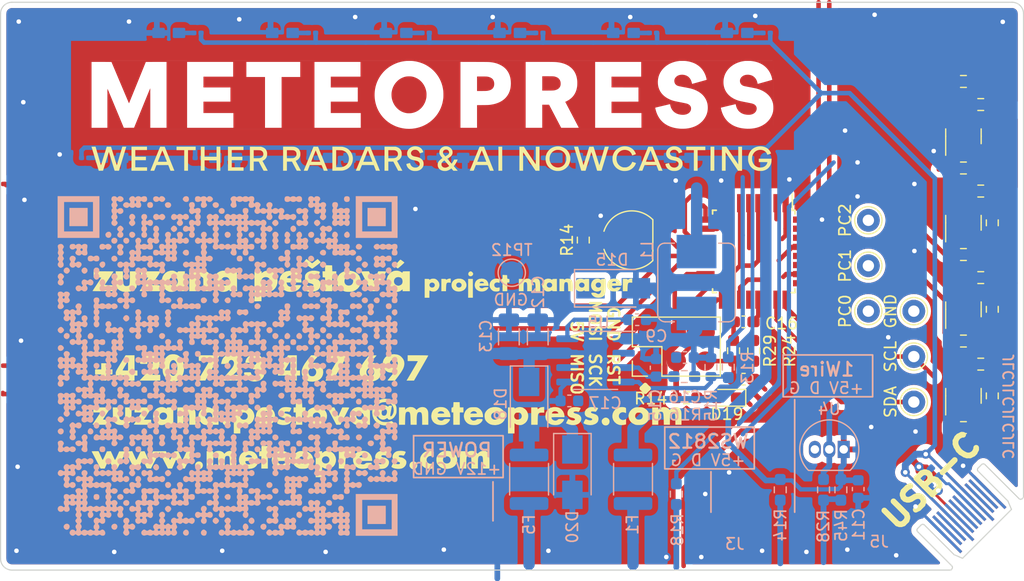
<source format=kicad_pcb>
(kicad_pcb (version 20211014) (generator pcbnew)
  (layers (0 "F.Cu" signal) (31 "B.Cu" signal) (34 "B.Paste" user) (35 "F.Paste" user) (36 "B.SilkS" user "B.Silkscreen") (37 "F.SilkS" user "F.Silkscreen") (38 "B.Mask" user) (39 "F.Mask" user) (44 "Edge.Cuts" user))
  (net 0 "")
  (net 1 "GND")
  (net 2 "Net-(D1-Pad2)")
  (net 3 "Net-(D2-Pad2)")
  (net 4 "Net-(D3-Pad2)")
  (net 5 "Net-(D4-Pad2)")
  (net 6 "Net-(D5-Pad2)")
  (net 7 "Net-(D6-Pad2)")
  (net 8 "Net-(D7-Pad2)")
  (net 9 "Net-(D8-Pad2)")
  (net 10 "Net-(D9-Pad2)")
  (net 11 "Net-(D10-Pad2)")
  (net 12 "+5V")
  (net 27 "Net-(D11-Pad2)")
  (net 28 "Net-(D12-Pad2)")
  (net 29 "Net-(J2-PadA5)")
  (net 30 "Net-(J2-PadB5)")
  (net 31 "unconnected-(J1-Pad2)")
  (footprint "LED_SMD:LED_0603_1608Metric_Pad1.05x0.95mm_HandSolder" (layer "F.Cu") (at 163.906 134.83 180)
    (fp_text reference "D19")
    (fp_text value "LED")
  )
  (footprint "Resistor_SMD:R_0603_1608Metric_Pad0.98x0.95mm_HandSolder" (layer "F.Cu") (at 151.27 120.94 90)
    (fp_text reference "R14")
    (fp_text value "4k7")
  )
  (footprint "Package_TO_SOT_SMD:SOT-23" (layer "F.Cu") (at 184.7144 134.659 90)
    (fp_text reference "Q5" hide)
    (fp_text value "MMBT3904")
  )
  (footprint "meteopress:ZuzanaPestova" (layer "F.Cu") (at 134 132.2)
    (fp_text reference "G***" hide)
    (fp_text value "LOGO" hide)
  )
  (footprint "Resistor_SMD:R_0603_1608Metric_Pad0.98x0.95mm_HandSolder" (layer "F.Cu") (at 164.492 130.6855 90)
    (fp_text reference "R24")
    (fp_text value "330")
  )
  (footprint "Package_TO_SOT_THT:TO-92_HandSolder" (layer "F.Cu") (at 155.54 122.21 90)
    (fp_text reference "U2" hide)
    (fp_text value "DS18B20")
  )
  (footprint "Resistor_SMD:R_0603_1608Metric_Pad0.98x0.95mm_HandSolder" (layer "F.Cu") (at 166.27 130.6975 -90)
    (fp_text reference "R29")
    (fp_text value "330")
  )
  (footprint "Package_TO_SOT_SMD:SOT-23" (layer "F.Cu") (at 184.7144 119.419 90)
    (fp_text reference "Q1" hide)
    (fp_text value "MMBT3904")
  )
  (footprint "meteopress:MeteopressLogo_Bare_Inv_60x6" (layer "F.Cu") (at 138 108.17)
    (fp_text reference "J3" hide)
    (fp_text value "Conn_01x01" hide)
  )
  (footprint "meteopress:TestPoint_THTPad_D2.0mm_Drill1.0mm" (layer "F.Cu") (at 176.35 123.2 -90)
    (fp_text reference "TP28" hide)
    (fp_text value "PC1")
  )
  (footprint "meteopress:TestPoint_THTPad_D2.0mm_Drill1.0mm" (layer "F.Cu") (at 180.35 135.2 -90)
    (fp_text reference "TP3" hide)
    (fp_text value "SDA")
  )
  (footprint "Resistor_SMD:R_0603_1608Metric_Pad0.98x0.95mm_HandSolder" (layer "F.Cu") (at 186.2384 109.005)
    (fp_text reference "R40" hide)
    (fp_text value "100k")
  )
  (footprint "Package_TO_SOT_SMD:SOT-23" (layer "F.Cu") (at 184.7144 127.039 90)
    (fp_text reference "Q3" hide)
    (fp_text value "MMBT3904")
  )
  (footprint "Capacitor_SMD:C_0603_1608Metric_Pad1.08x0.95mm_HandSolder" (layer "F.Cu") (at 165.381 128.14)
    (fp_text reference "C16")
    (fp_text value "100n")
  )
  (footprint "meteopress:TestPoint_THTPad_D2.0mm_Drill1.0mm" (layer "F.Cu") (at 176.35 119.2 -90)
    (fp_text reference "TP29" hide)
    (fp_text value "PC2")
  )
  (footprint "Resistor_SMD:R_0603_1608Metric_Pad0.98x0.95mm_HandSolder" (layer "F.Cu") (at 186.2384 116.625 180)
    (fp_text reference "R22" hide)
    (fp_text value "10k")
  )
  (footprint "meteopress:PCB-USB-C_straight" (layer "F.Cu") (at 186.79 146.81 -135)
    (fp_text reference "J2" hide)
    (fp_text value "USB_C_Receptacle" hide)
    (fp_line (start -4.535 0) (end -4.385 0) (layer "Edge.Cuts") (width 0.1))
    (fp_line (start 4.185 0.2) (end 4.185 4.45) (layer "Edge.Cuts") (width 0.1))
    (fp_line (start 3.345 0.75) (end 3.345 4.45) (layer "Edge.Cuts") (width 0.1))
    (fp_line (start 3.545 4.65) (end 3.985 4.65) (layer "Edge.Cuts") (width 0.1))
    (fp_line (start -3.045 0) (end -3.345 0.75) (layer "Edge.Cuts") (width 0.1))
    (fp_line (start -3.345 0.75) (end -3.345 4.45) (layer "Edge.Cuts") (width 0.1))
    (fp_line (start 4.385 0) (end 4.5 0) (layer "Edge.Cuts") (width 0.1))
    (fp_line (start 3.045 0) (end 3.345 0.75) (layer "Edge.Cuts") (width 0.1))
    (fp_line (start -3.985 4.65) (end -3.545 4.65) (layer "Edge.Cuts") (width 0.1))
    (fp_line (start -3.045 0) (end 3.045 0) (layer "Edge.Cuts") (width 0.1))
    (fp_line (start -4.185 0.2) (end -4.185 4.45) (layer "Edge.Cuts") (width 0.1))
    (fp_arc (start 4.185 4.45) (mid 4.126421 4.591422) (end 3.985 4.65) (layer "Edge.Cuts") (width 0.1))
    (fp_arc (start 3.545 4.65) (mid 3.403578 4.591421) (end 3.345 4.45) (layer "Edge.Cuts") (width 0.1))
    (fp_arc (start -4.385 0) (mid -4.243579 0.058579) (end -4.185 0.2) (layer "Edge.Cuts") (width 0.1))
    (fp_arc (start -3.985 4.65) (mid -4.126421 4.591421) (end -4.185 4.45) (layer "Edge.Cuts") (width 0.1))
    (fp_arc (start 4.185 0.2) (mid 4.243578 0.058579) (end 4.385 0) (layer "Edge.Cuts") (width 0.1))
    (fp_arc (start -3.345 4.45) (mid -3.403579 4.591421) (end -3.545 4.65) (layer "Edge.Cuts") (width 0.1))
  )
  (footprint "Resistor_SMD:R_0603_1608Metric_Pad0.98x0.95mm_HandSolder" (layer "F.Cu") (at 184.7144 114.593)
    (fp_text reference "R41" hide)
    (fp_text value "47k")
  )
  (footprint "Connector_PinHeader_2.54mm:PinHeader_2x03_P2.54mm_Vertical" (layer "F.Cu") (at 156.915 131.595 90)
    (fp_text reference "J1" hide)
    (fp_text value "AVR-ISP-6")
  )
  (footprint "meteopress:MeteopressLogo_60x10" (layer "F.Cu") (at 138 110)
    (fp_text reference "G***" hide)
    (fp_text value "LOGO" hide)
  )
  (footprint "meteopress:TestPoint_THTPad_D2.0mm_Drill1.0mm" (layer "F.Cu") (at 180.35 131.2 -90)
    (fp_text reference "TP2" hide)
    (fp_text value "SCL")
  )
  (footprint "Resistor_SMD:R_0603_1608Metric_Pad0.98x0.95mm_HandSolder" (layer "F.Cu") (at 187.2544 127.039 90)
    (fp_text reference "R26" hide)
    (fp_text value "47k")
  )
  (footprint "Resistor_SMD:R_0603_1608Metric_Pad0.98x0.95mm_HandSolder" (layer "F.Cu") (at 187.2544 134.659 -90)
    (fp_text reference "R28" hide)
    (fp_text value "100k")
  )
  (footprint "Capacitor_SMD:C_0603_1608Metric_Pad1.08x0.95mm_HandSolder" (layer "F.Cu") (at 165.37 133.19 180)
    (fp_text reference "C14" hide)
    (fp_text value "1u")
  )
  (footprint "Resistor_SMD:R_0603_1608Metric_Pad0.98x0.95mm_HandSolder" (layer "F.Cu") (at 160.35 134.83 180)
    (fp_text reference "R14")
    (fp_text value "4k7")
  )
  (footprint "Resistor_SMD:R_0603_1608Metric_Pad0.98x0.95mm_HandSolder" (layer "F.Cu") (at 187.2544 119.419 -90)
    (fp_text reference "R20" hide)
    (fp_text value "100k")
  )
  (footprint "meteopress:TestPoint_THTPad_D2.0mm_Drill1.0mm" (layer "F.Cu") (at 180.35 127.2 -90)
    (fp_text reference "TP14" hide)
    (fp_text value "GND")
  )
  (footprint "meteopress:TestPoint_THTPad_D2.0mm_Drill1.0mm" (layer "F.Cu") (at 176.35 127.2 -90)
    (fp_text reference "TP27" hide)
    (fp_text value "PC0")
  )
  (footprint "Resistor_SMD:R_0603_1608Metric_Pad0.98x0.95mm_HandSolder" (layer "F.Cu") (at 184.7144 122.213)
    (fp_text reference "R21" hide)
    (fp_text value "47k")
  )
  (footprint "Resistor_SMD:R_0603_1608Metric_Pad0.98x0.95mm_HandSolder" (layer "F.Cu") (at 186.2384 131.865 180)
    (fp_text reference "R30" hide)
    (fp_text value "10k")
  )
  (footprint "meteopress:D_0402_woSilk" (layer "F.Cu") (at 187.2544 111.799 90)
    (fp_text reference "R48" hide)
    (fp_text value "5k1")
  )
  (footprint "Resistor_SMD:R_0603_1608Metric_Pad0.98x0.95mm_HandSolder" (layer "F.Cu") (at 184.7144 129.833)
    (fp_text reference "R25" hide)
    (fp_text value "47k")
  )
  (footprint "Package_QFP:TQFP-32_7x7mm_P0.8mm" (layer "F.Cu") (at 166.27 121.94 -90)
    (fp_text reference "U1" hide)
    (fp_text value "ATmega328P-AU")
  )
  (footprint "Resistor_SMD:R_0603_1608Metric_Pad0.98x0.95mm_HandSolder" (layer "F.Cu") (at 186.2384 124.245)
    (fp_text reference "R24" hide)
    (fp_text value "100k")
  )
  (footprint "Package_TO_SOT_SMD:SOT-23" (layer "F.Cu") (at 184.7144 111.799 90)
    (fp_text reference "Q11" hide)
    (fp_text value "MMBT3904")
  )
  (footprint "Resistor_SMD:R_0603_1608Metric_Pad0.98x0.95mm_HandSolder" (layer "F.Cu") (at 184.7144 137.453)
    (fp_text reference "R29" hide)
    (fp_text value "47k")
  )
  (footprint "Resistor_SMD:R_0603_1608Metric_Pad0.98x0.95mm_HandSolder" (layer "F.Cu") (at 184.7144 106.973)
    (fp_text reference "R37" hide)
    (fp_text value "47k")
  )
  (footprint "meteopress:R_0201_woSilk" (layer "B.Cu") (at 127.4 102.7)
    (fp_text reference "R11" hide)
    (fp_text value "330")
  )
  (footprint "Resistor_SMD:R_0603_1608Metric_Pad0.98x0.95mm_HandSolder" (layer "B.Cu") (at 168.598 142.9315 -90)
    (fp_text reference "R14")
    (fp_text value "330")
  )
  (footprint "meteopress:R_0201_woSilk" (layer "B.Cu") (at 127.44 113.7 180)
    (fp_text reference "R3" hide)
    (fp_text value "330")
  )
  (footprint "meteopress:D_0802_side_woSilk" (layer "B.Cu") (at 139.8 113.7)
    (fp_text reference "D4" hide)
    (fp_text value "LED")
  )
  (footprint "meteopress:R_0201_woSilk" (layer "B.Cu") (at 167.4 102.7)
    (fp_text reference "R7" hide)
    (fp_text value "330")
  )
  (footprint "meteopress:D_0802_side_woSilk" (layer "B.Cu") (at 124.8 102.7 180)
    (fp_text reference "D11" hide)
    (fp_text value "LED")
  )
  (footprint "meteopress:R_0201_woSilk" (layer "B.Cu") (at 107.44 113.7 180)
    (fp_text reference "R1" hide)
    (fp_text value "330")
  )
  (footprint "meteopress:D_0802_side_woSilk" (layer "B.Cu") (at 154.8 102.7 180)
    (fp_text reference "D8" hide)
    (fp_text value "LED")
  )
  (footprint "Capacitor_SMD:C_0603_1608Metric" (layer "B.Cu") (at 160.216 131.2815)
    (fp_text reference "C16")
    (fp_text value "22n")
  )
  (footprint "meteopress:R_0201_woSilk" (layer "B.Cu") (at 137.4 102.7)
    (fp_text reference "R10" hide)
    (fp_text value "330")
  )
  (footprint "meteopress:R_0201_woSilk" (layer "B.Cu") (at 147.4 102.7)
    (fp_text reference "R9" hide)
    (fp_text value "330")
  )
  (footprint "meteopress:R_0201_woSilk" (layer "B.Cu") (at 117.44 113.7 180)
    (fp_text reference "R2" hide)
    (fp_text value "330")
  )
  (footprint "Capacitor_SMD:C_1206_3216Metric" (layer "B.Cu") (at 144.722 129.4545 90)
    (fp_text reference "C13")
    (fp_text value "4u7/50V")
  )
  (footprint "meteopress:D_0402_woSilk" (layer "B.Cu") (at 181.4 142.2 -45)
    (fp_text reference "R43" hide)
    (fp_text value "5k1")
  )
  (footprint "Package_TO_SOT_THT:TO-92_Inline" (layer "B.Cu") (at 174.182445 139.374398 180)
    (fp_text reference "U4")
    (fp_text value "DS18B20")
  )
  (footprint "Resistor_SMD:R_0603_1608Metric_Pad0.98x0.95mm_HandSolder" (layer "B.Cu") (at 172.408 142.9305 90)
    (fp_text reference "R45")
    (fp_text value "330")
  )
  (footprint "Capacitor_SMD:C_1206_3216Metric" (layer "B.Cu") (at 147.262 129.4545 90)
    (fp_text reference "C12")
    (fp_text value "4u7/50V")
  )
  (footprint "Diode_SMD:D_SMA" (layer "B.Cu") (at 146.5 135.428 -90)
    (fp_text reference "D18")
    (fp_text value "D_Schottky")
  )
  (footprint "meteopress:D_0802_side_woSilk" (layer "B.Cu") (at 134.8 102.7 180)
    (fp_text reference "D10" hide)
    (fp_text value "LED")
  )
  (footprint "Resistor_SMD:R_0603_1608Metric_Pad0.98x0.95mm_HandSolder" (layer "B.Cu") (at 160.153 132.9615 180)
    (fp_text reference "R16")
    (fp_text value "330")
  )
  (footprint "meteopress:D_0802_side_woSilk" (layer "B.Cu") (at 129.8 113.7)
    (fp_text reference "D3" hide)
    (fp_text value "LED")
  )
  (footprint "meteopress:R_0201_woSilk" (layer "B.Cu") (at 147.44 113.7 180)
    (fp_text reference "R5" hide)
    (fp_text value "330")
  )
  (footprint "Diode_SMD:D_SMA" (layer "B.Cu") (at 153.898 125.1855)
    (fp_text reference "D15")
    (fp_text value "SS14")
  )
  (footprint "meteopress:vCard_ZuzanaPestova_30" (layer "B.Cu") (at 120 132 180)
    (fp_text reference "G***" hide)
    (fp_text value "LOGO" hide)
  )
  (footprint "meteopress:R_0201_woSilk" (layer "B.Cu") (at 157.4 102.7)
    (fp_text reference "R8" hide)
    (fp_text value "330")
  )
  (footprint "Capacitor_SMD:C_0603_1608Metric" (layer "B.Cu") (at 156.012 127.9535 180)
    (fp_text reference "C9")
    (fp_text value "100n")
  )
  (footprint "Fuse:Fuse_1812_4532Metric" (layer "B.Cu") (at 146.5 142 90)
    (fp_text reference "F5")
    (fp_text value "1A")
  )
  (footprint "TestPoint:TestPoint_THTPad_D2.0mm_Drill1.0mm" (layer "B.Cu") (at 144.976 123.8175 180)
    (fp_text reference "TP12")
    (fp_text value "GND")
  )
  (footprint "meteopress:D_0802_side_woSilk" (layer "B.Cu") (at 144.8 102.7 180)
    (fp_text reference "D9" hide)
    (fp_text value "LED")
  )
  (footprint "Resistor_SMD:R_0603_1608Metric_Pad0.98x0.95mm_HandSolder" (layer "B.Cu") (at 164.026 132.1365 -90)
    (fp_text reference "R13")
    (fp_text value "330")
  )
  (footprint "meteopress:D_0802_side_woSilk" (layer "B.Cu") (at 114.8 102.7 180)
    (fp_text reference "D12" hide)
    (fp_text value "LED")
  )
  (footprint "meteopress:D_0802_side_woSilk" (layer "B.Cu") (at 109.8 113.7)
    (fp_text reference "D1" hide)
    (fp_text value "LED")
  )
  (footprint "Inductor_SMD:L_Bourns_SRP7028A_7.3x6.6mm" (layer "B.Cu") (at 161.232 124.6775 90)
    (fp_text reference "L1")
    (fp_text value "47u")
  )
  (footprint "meteopress:R_0201_woSilk" (layer "B.Cu") (at 157.44 113.7 180)
    (fp_text reference "R6" hide)
    (fp_text value "330")
  )
  (footprint "meteopress:R_0201_woSilk" (layer "B.Cu") (at 137.44 113.7 180)
    (fp_text reference "R4" hide)
    (fp_text value "330")
  )
  (footprint "Capacitor_SMD:C_0603_1608Metric" (layer "B.Cu") (at 157.676 132.1865 90)
    (fp_text reference "C15")
    (fp_text value "8.2n")
  )
  (footprint "Fuse:Fuse_1812_4532Metric" (layer "B.Cu") (at 155.644 142 -90)
    (fp_text reference "F1")
    (fp_text value "0.5A")
  )
  (footprint "Resistor_SMD:R_0603_1608Metric_Pad0.98x0.95mm_HandSolder" (layer "B.Cu") (at 159.454 143.3125 -90)
    (fp_text reference "R18")
    (fp_text value "330")
  )
  (footprint "Diode_SMD:D_SMA" (layer "B.Cu") (at 150.31 141.3755 -90)
    (fp_text reference "D20")
    (fp_text value "TVS")
  )
  (footprint "meteopress:D_0402_woSilk" (layer "B.Cu") (at 182.2 141.4 -45)
    (fp_text reference "R42" hide)
    (fp_text value "5k1")
  )
  (footprint "meteopress:D_0802_side_woSilk" (layer "B.Cu") (at 149.8 113.7)
    (fp_text reference "D5" hide)
    (fp_text value "LED")
  )
  (footprint "Resistor_SMD:R_0603_1608Metric_Pad0.98x0.95mm_HandSolder" (layer "B.Cu") (at 173.932 142.9315 -90)
    (fp_text reference "R28")
    (fp_text value "330")
  )
  (footprint "Capacitor_SMD:C_0603_1608Metric" (layer "B.Cu") (at 175.456 142.8675 -90)
    (fp_text reference "C11")
    (fp_text value "100n")
  )
  (footprint "Capacitor_SMD:C_0603_1608Metric" (layer "B.Cu") (at 150.043 135.1045 180)
    (fp_text reference "C17")
    (fp_text value "8.2n")
  )
  (footprint "meteopress:D_0802_side_woSilk" (layer "B.Cu") (at 119.8 113.7)
    (fp_text reference "D2" hide)
    (fp_text value "LED")
  )
  (footprint "meteopress:D_0802_side_woSilk" (layer "B.Cu") (at 164.8 102.7 180)
    (fp_text reference "D7" hide)
    (fp_text value "LED")
  )
  (footprint "meteopress:D_0802_side_woSilk" (layer "B.Cu") (at 159.8 113.7)
    (fp_text reference "D6" hide)
    (fp_text value "LED")
  )
  (footprint "meteopress:R_0201_woSilk" (layer "B.Cu") (at 117.32 102.7)
    (fp_text reference "R12" hide)
    (fp_text value "330")
  )
  (footprint "Resistor_SMD:R_0603_1608Metric" (layer "B.Cu") (at 162.502 132.1365 90)
    (fp_text reference "R15")
    (fp_text value "1k8")
  )
  (footprint "Package_SO:SOIC-8_3.9x4.9mm_P1.27mm" (layer "B.Cu") (at 152.342 131.5355 180)
    (fp_text reference "U5")
    (fp_text value "TPS54331")
  )
  (gr_rect (start 168.852 131.0565) (end 176.726 134.7395) (layer "B.SilkS") (width 0.15) (fill none))
  (gr_line (start 169.868 134.9935) (end 169.868 144.8995) (layer "B.SilkS") (width 0.15))
  (gr_rect (start 158.438 137.4065) (end 166.312 141.0895) (layer "B.SilkS") (width 0.15) (fill none))
  (gr_line (start 162.502 141.3435) (end 162.502 144.8995) (layer "B.SilkS") (width 0.15))
  (gr_rect (start 136.34 138.1685) (end 144.214 141.8515) (layer "B.SilkS") (width 0.15) (fill none))
  (gr_line (start 143.325 142.2325) (end 143.325 145.6615) (layer "B.SilkS") (width 0.15))
  (gr_line (start 188.999999 100.000001) (end 101 100.000001) (layer "Edge.Cuts") (width 0.1))
  (gr_arc (start 188.999999 100.000001) (mid 189.707106 100.292894) (end 189.999999 101.000001) (layer "Edge.Cuts") (width 0.1))
  (gr_line (start 101.000001 149.999999) (end 183.608019 149.999999) (layer "Edge.Cuts") (width 0.1))
  (gr_arc (start 100 101) (mid 100.292893 100.292893) (end 101 100) (layer "Edge.Cuts") (width 0.1))
  (gr_arc (start 101.000001 149.999999) (mid 100.292894 149.707106) (end 100.000001 148.999999) (layer "Edge.Cuts") (width 0.1))
  (gr_line (start 183.608019 149.999999) (end 183.608019 149.991981) (layer "Edge.Cuts") (width 0.1))
  (gr_line (start 189.999999 143.603271) (end 189.996729 143.603271) (layer "Edge.Cuts") (width 0.1))
  (gr_line (start 100 101) (end 100 148.999999) (layer "Edge.Cuts") (width 0.1))
  (gr_line (start 189.999999 101.000001) (end 189.999999 143.603271) (layer "Edge.Cuts") (width 0.1))
  (gr_text "+12V GND" (at 140.15 141.0895) (layer "B.SilkS") (effects (font (size 1 1)) (justify mirror)))
  (gr_text "+5V D G" (at 172.662 133.9775) (layer "B.SilkS") (effects (font (size 1 1)) (justify mirror)))
  (gr_text "WS2812" (at 162.248 138.6765) (layer "B.SilkS") (effects (font (size 1.2 1.2) (thickness 0.2)) (justify mirror)))
  (gr_text "JLCJLCJLCJLC" (at 188.7 135.6 90) (layer "B.SilkS") (effects (font (size 0.9 0.9) (thickness 0.16)) (justify mirror)))
  (gr_text "J5" (at 177.3 147.5) (layer "B.SilkS") (effects (font (size 1 1)) (justify mirror)))
  (gr_text "J3" (at 164.6 147.7) (layer "B.SilkS") (effects (font (size 1 1)) (justify mirror)))
  (gr_text "GND" (at 144.9 126.2) (layer "B.SilkS") (effects (font (size 1 1)) (justify mirror)))
  (gr_text "POWER" (at 140.15 139.4385) (layer "B.SilkS") (effects (font (size 1.2 1.2) (thickness 0.2)) (justify mirror)))
  (gr_text "1Wire" (at 172.662 132.3265) (layer "B.SilkS") (effects (font (size 1.2 1.2) (thickness 0.2)) (justify mirror)))
  (gr_text "+5V D G" (at 162.248 140.3275) (layer "B.SilkS") (effects (font (size 1 1)) (justify mirror)))
  (gr_text "RST\nSCK\nMISO" (at 152.3 130.8 270) (layer "F.SilkS") (effects (font (size 1 1) (thickness 0.2)) (justify left)))
  (gr_text "." (at 159.188 134 270) (layer "F.SilkS") (effects (font (size 6 6) (thickness 0.4))))
  (gr_text "GND\nMOSI\n5V" (at 152.3 130 270) (layer "F.SilkS") (effects (font (size 1 1) (thickness 0.2)) (justify right)))
  (gr_text "USB-C" (at 181.9 142.163768 45) (layer "F.SilkS") (effects (font (size 2 2) (thickness 0.5))))
  (segment (start 173.975 135.2) (end 180.35 135.2) (width 0.4) (layer "F.Cu") (net 0))
  (segment (start 168.27 127.94) (end 170.77 130.44) (width 0.4) (layer "F.Cu") (net 0))
  (segment (start 183.0644 129.0955) (end 183.0644 126.2322) (width 0.4) (layer "F.Cu") (net 0))
  (segment (start 162.02 119.94) (end 163.05 119.94) (width 0.4) (layer "F.Cu") (net 0))
  (segment (start 154.213 126.725) (end 155.059 125.879) (width 0.4) (layer "F.Cu") (net 0))
  (segment (start 183.7704 112.7365) (end 185.6269 114.593) (width 0.4) (layer "F.Cu") (net 0))
  (segment (start 169.67 121.54) (end 168.47 122.74) (width 0.4) (layer "F.Cu") (net 0))
  (segment (start 183.8019 106.973) (end 183.102 106.973) (width 0.4) (layer "F.Cu") (net 0))
  (segment (start 172.12 123.14) (end 170.52 123.14) (width 0.4) (layer "F.Cu") (net 0))
  (segment (start 100.4 116) (end 100.5 116.1) (width 0.4) (layer "F.Cu") (net 0))
  (segment (start 163.05 119.94) (end 163.72 119.27) (width 0.4) (layer "F.Cu") (net 0))
  (segment (start 166.27 131.61) (end 164.504 131.61) (width 0.4) (layer "F.Cu") (net 0))
  (segment (start 185.6644 126.343) (end 185.9844 126.023) (width 0.6) (layer "F.Cu") (net 0))
  (segment (start 187.6449 124.739) (end 187.1509 124.245) (width 0.4) (layer "F.Cu") (net 0))
  (segment (start 187.6449 132.359) (end 189.0582 132.359) (width 0.4) (layer "F.Cu") (net 0))
  (segment (start 100.2 134.5) (end 109 134.5) (width 0.4) (layer "F.Cu") (net 0))
  (segment (start 109 134.5) (end 114.775 128.725) (width 0.4) (layer "F.Cu") (net 0))
  (segment (start 167.47 120.0225) (end 167.4695 120.023) (width 0.4) (layer "F.Cu") (net 0))
  (segment (start 173.5375 134.7625) (end 173.975 135.2) (width 0.4) (layer "F.Cu") (net 0))
  (segment (start 153.991 128.725) (end 154.513 128.203) (width 0.4) (layer "F.Cu") (net 0))
  (segment (start 167.47 117.69) (end 167.47 120.0225) (width 0.4) (layer "F.Cu") (net 0))
  (segment (start 167.4695 120.69) (end 167.4695 121.6295) (width 0.4) (layer "F.Cu") (net 0))
  (segment (start 183.7644 127.9765) (end 183.7704 127.9765) (width 0.4) (layer "F.Cu") (net 0))
  (segment (start 173.21 118.81) (end 172.65 118.25) (width 0.4) (layer "F.Cu") (net 0))
  (segment (start 114.775 128.725) (end 153.991 128.725) (width 0.4) (layer "F.Cu") (net 0))
  (segment (start 170.52 123.94) (end 169.11 123.94) (width 0.4) (layer "F.Cu") (net 0))
  (segment (start 174.01 118.52) (end 174.01 119.78) (width 0.4) (layer "F.Cu") (net 0))
  (segment (start 187.7764 136.959) (end 187.2544 136.437) (width 0.4) (layer "F.Cu") (net 0))
  (segment (start 165.755 124.43) (end 167.43 124.43) (width 0.4) (layer "F.Cu") (net 0))
  (segment (start 187.7764 136.959) (end 189.0582 136.959) (width 0.4) (layer "F.Cu") (net 0))
  (segment (start 185.6644 111.103) (end 185.9844 110.783) (width 0.6) (layer "F.Cu") (net 0))
  (segment (start 172.85 123.87) (end 172.12 123.14) (width 0.4) (layer "F.Cu") (net 0))
  (segment (start 107.8 132) (end 113.075 126.725) (width 0.4) (layer "F.Cu") (net 0))
  (segment (start 187.6449 132.359) (end 187.1509 131.865) (width 0.4) (layer "F.Cu") (net 0))
  (segment (start 187.6449 124.739) (end 189.2782 124.739) (width 0.4) (layer "F.Cu") (net 0))
  (segment (start 183.079472 122.213) (end 183.8019 122.213) (width 0.4) (layer "F.Cu") (net 0))
  (segment (start 170.52 121.54) (end 169.67 121.54) (width 0.4) (layer "F.Cu") (net 0))
  (segment (start 151.1975 120.1) (end 151.27 120.0275) (width 0.4) (layer "F.Cu") (net 0))
  (segment (start 163.031 134.83) (end 161.2625 134.83) (width 0.5) (layer "F.Cu") (net 0))
  (segment (start 164.781 134.83) (end 165.36 134.83) (width 0.4) (layer "F.Cu") (net 0))
  (segment (start 184.7144 117.2365) (end 185.3259 116.625) (width 0.4) (layer "F.Cu") (net 0))
  (segment (start 167.345 127.896793) (end 167.47 127.771793) (width 0.4) (layer "F.Cu") (net 0))
  (segment (start 100.2 116) (end 100.4 116) (width 0.4) (layer "F.Cu") (net 0))
  (segment (start 100.2 134.4) (end 100.2 134.5) (width 0.4) (layer "F.Cu") (net 0))
  (segment (start 100.2 132) (end 107.8 132) (width 0.4) (layer "F.Cu") (net 0))
  (segment (start 185.6644 120.3565) (end 185.6644 118.723) (width 0.6) (layer "F.Cu") (net 0))
  (segment (start 100.5 116.1) (end 125.8 116.1) (width 0.4) (layer "F.Cu") (net 0))
  (segment (start 183.102 106.973) (end 182.35 107.725) (width 0.4) (layer "F.Cu") (net 0))
  (segment (start 129.8 120.1) (end 151.1975 120.1) (width 0.4) (layer "F.Cu") (net 0))
  (segment (start 165.165 137.725) (end 160.097 142.793) (width 0.4) (layer "F.Cu") (net 0))
  (segment (start 160.097 146.913) (end 160.097 142.793) (width 0.4) (layer "F.Cu") (net 0))
  (segment (start 160.385 123.94) (end 162.02 123.94) (width 0.4) (layer "F.Cu") (net 0))
  (segment (start 172.15 118.25) (end 171.97 118.07) (width 0.4) (layer "F.Cu") (net 0))
  (segment (start 183.8019 129.833) (end 183.0644 129.0955) (width 0.4) (layer "F.Cu") (net 0))
  (segment (start 173.05 120.74) (end 170.52 120.74) (width 0.4) (layer "F.Cu") (net 0))
  (segment (start 183.7644 112.7365) (end 183.7704 112.7365) (width 0.4) (layer "F.Cu") (net 0))
  (segment (start 172.85 134.075) (end 173.5375 134.7625) (width 0.4) (layer "F.Cu") (net 0))
  (segment (start 169.07 126.84) (end 170.77 128.54) (width 0.4) (layer "F.Cu") (net 0))
  (segment (start 171.97 118.07) (end 171.97 100) (width 0.4) (layer "F.Cu") (net 0))
  (segment (start 158.928 120.94) (end 159.528 121.54) (width 0.4) (layer "F.Cu") (net 0))
  (segment (start 187.2544 136.437) (end 187.2544 135.5715) (width 0.4) (layer "F.Cu") (net 0))
  (segment (start 169.15 137.725) (end 165.165 137.725) (width 0.4) (layer "F.Cu") (net 0))
  (segment (start 183.9 137.5511) (end 183.8019 137.453) (width 0.4) (layer "F.Cu") (net 0))
  (segment (start 166.67 126.19) (end 166.67 127.6095) (width 0.4) (layer "F.Cu") (net 0))
  (segment (start 164.492 131.598) (end 161.957 131.598) (width 0.4) (layer "F.Cu") (net 0))
  (segment (start 187.2544 132.7495) (end 187.6449 132.359) (width 0.4) (layer "F.Cu") (net 0))
  (segment (start 171.595 119.94) (end 171.625 119.97) (width 0.4) (layer "F.Cu") (net 0))
  (segment (start 159.576 123.14) (end 154.513 128.203) (width 0.4) (layer "F.Cu") (net 0))
  (segment (start 167.47 127.771793) (end 167.47 126.19) (width 0.4) (layer "F.Cu") (net 0))
  (segment (start 159.528 121.54) (end 162.02 121.54) (width 0.4) (layer "F.Cu") (net 0))
  (segment (start 183.6699 114.725) (end 183.8019 114.593) (width 0.4) (layer "F.Cu") (net 0))
  (segment (start 170.52 126.29) (end 170.77 126.54) (width 0.4) (layer "F.Cu") (net 0))
  (segment (start 125.8 116.1) (end 129.8 120.1) (width 0.4) (layer "F.Cu") (net 0))
  (segment (start 161.302 126.023) (end 162.02 125.305) (width 0.4) (layer "F.Cu") (net 0))
  (segment (start 165.07 126.19) (end 165.07 125.115) (width 0.4) (layer "F.Cu") (net 0))
  (segment (start 162.02 122.34) (end 158.598 122.34) (width 0.4) (layer "F.Cu") (net 0))
  (segment (start 184.7144 110.8615) (end 184.7144 109.6165) (width 0.4) (layer "F.Cu") (net 0))
  (segment (start 171.625 119.97) (end 172.75 119.97) (width 0.4) (layer "F.Cu") (net 0))
  (segment (start 172.75 119.97) (end 173.21 119.51) (width 0.4) (layer "F.Cu") (net 0))
  (segment (start 156.777 129.158) (end 154.47 131.465) (width 0.4) (layer "F.Cu") (net 0))
  (segment (start 187.7764 121.719) (end 189.2582 121.719) (width 0.4) (layer "F.Cu") (net 0))
  (segment (start 172.85 133.125) (end 172.85 132.45) (width 0.4) (layer "F.Cu") (net 0))
  (segment (start 187.2544 126.1265) (end 187.2544 125.1295) (width 0.4) (layer "F.Cu") (net 0))
  (segment (start 161.957 131.598) (end 161.857 131.698) (width 0.4) (layer "F.Cu") (net 0))
  (segment (start 184.7144 126.1015) (end 184.7144 124.8565) (width 0.4) (layer "F.Cu") (net 0))
  (segment (start 154.27 120.94) (end 152.1825 120.94) (width 0.4) (layer "F.Cu") (net 0))
  (segment (start 158.598 122.34) (end 155.059 125.879) (width 0.4) (layer "F.Cu") (net 0))
  (segment (start 168.27 126.19) (end 168.27 127.94) (width 0.4) (layer "F.Cu") (net 0))
  (segment (start 184.7144 109.6165) (end 185.3259 109.005) (width 0.4) (layer "F.Cu") (net 0))
  (segment (start 167.4695 121.6295) (end 167.48 121.64) (width 0.4) (layer "F.Cu") (net 0))
  (segment (start 172.85 132.45) (end 172.85 134.075) (width 0.4) (layer "F.Cu") (net 0))
  (segment (start 187.7764 129.339) (end 187.2544 128.817) (width 0.4) (layer "F.Cu") (net 0))
  (segment (start 154.27 120.94) (end 158.928 120.94) (width 0.4) (layer "F.Cu") (net 0))
  (segment (start 172.85 134.025) (end 169.15 137.725) (width 0.4) (layer "F.Cu") (net 0))
  (segment (start 187.7764 129.339) (end 189.1782 129.339) (width 0.4) (layer "F.Cu") (net 0))
  (segment (start 174.01 119.78) (end 173.05 120.74) (width 0.4) (layer "F.Cu") (net 0))
  (segment (start 113.075 126.725) (end 154.213 126.725) (width 0.4) (layer "F.Cu") (net 0))
  (segment (start 187.2544 121.197) (end 187.2544 120.3315) (width 0.4) (layer "F.Cu") (net 0))
  (segment (start 152.1825 120.94) (end 151.27 121.8525) (width 0.4) (layer "F.Cu") (net 0))
  (segment (start 187.2544 117.5095) (end 187.6449 117.119) (width 0.4) (layer "F.Cu") (net 0))
  (segment (start 162.02 125.305) (end 162.02 124.74) (width 0.4) (layer "F.Cu") (net 0))
  (segment (start 183.7704 120.3565) (end 185.6269 122.213) (width 0.4) (layer "F.Cu") (net 0))
  (segment (start 185.6644 112.7365) (end 185.6644 111.103) (width 0.6) (layer "F.Cu") (net 0))
  (segment (start 187.2544 118.5065) (end 187.2544 117.5095) (width 0.4) (layer "F.Cu") (net 0))
  (segment (start 159.317 129.158) (end 159.317 125.008) (width 0.4) (layer "F.Cu") (net 0))
  (segment (start 187.6449 117.119) (end 189.1982 117.119) (width 0.4) (layer "F.Cu") (net 0))
  (segment (start 183.7704 127.9765) (end 185.6269 129.833) (width 0.4) (layer "F.Cu") (net 0))
  (segment (start 165.07 125.115) (end 165.755 124.43) (width 0.4) (layer "F.Cu") (net 0))
  (segment (start 170.52 124.74) (end 170.52 126.29) (width 0.4) (layer "F.Cu") (net 0))
  (segment (start 172.91 100) (end 172.91 117.42) (width 0.4) (layer "F.Cu") (net 0))
  (segment (start 165.36 134.83) (end 165.97 135.44) (width 0.4) (layer "F.Cu") (net 0))
  (segment (start 183.0644 126.2322) (end 180.6 123.7678) (width 0.4) (layer "F.Cu") (net 0))
  (segment (start 183.9 138.825) (end 183.9 137.5511) (width 0.4) (layer "F.Cu") (net 0))
  (segment (start 164.5075 131.6135) (end 164.492 131.598) (width 0.4) (layer "F.Cu") (net 0))
  (segment (start 173.21 119.51) (end 173.21 118.81) (width 0.4) (layer "F.Cu") (net 0))
  (segment (start 159.317 125.008) (end 160.385 123.94) (width 0.4) (layer "F.Cu") (net 0))
  (segment (start 184.7144 133.7215) (end 184.7144 132.4765) (width 0.4) (layer "F.Cu") (net 0))
  (segment (start 167.39491 127.946703) (end 167.345 127.896793) (width 0.4) (layer "F.Cu") (net 0))
  (segment (start 151.32 121.915) (end 148.92 124.315) (width 0.4) (layer "F.Cu") (net 0))
  (segment (start 170.52 119.94) (end 171.595 119.94) (width 0.4) (layer "F.Cu") (net 0))
  (segment (start 167.4695 120.023) (end 167.4695 120.69) (width 0.4) (layer "F.Cu") (net 0))
  (segment (start 187.2544 125.1295) (end 187.6449 124.739) (width 0.4) (layer "F.Cu") (net 0))
  (segment (start 185.6644 135.5965) (end 185.6644 133.963) (width 0.6) (layer "F.Cu") (net 0))
  (segment (start 184.7144 132.4765) (end 185.3259 131.865) (width 0.4) (layer "F.Cu") (net 0))
  (segment (start 172.85 134.075) (end 172.85 133.125) (width 0.4) (layer "F.Cu") (net 0))
  (segment (start 182.55 114.725) (end 183.6699 114.725) (width 0.4) (layer "F.Cu") (net 0))
  (segment (start 183.7704 135.5965) (end 185.6269 137.453) (width 0.4) (layer "F.Cu") (net 0))
  (segment (start 185.6644 127.9765) (end 185.6644 126.343) (width 0.6) (layer "F.Cu") (net 0))
  (segment (start 187.7764 121.719) (end 187.2544 121.197) (width 0.4) (layer "F.Cu") (net 0))
  (segment (start 172.85 133.125) (end 172.85 134.025) (width 0.4) (layer "F.Cu") (net 0))
  (segment (start 160.097 146.913) (end 160.097 149.639) (width 0.4) (layer "F.Cu") (net 0))
  (segment (start 164.5075 133.19) (end 164.5075 131.6135) (width 0.4) (layer "F.Cu") (net 0))
  (segment (start 172.91 117.42) (end 174.01 118.52) (width 0.4) (layer "F.Cu") (net 0))
  (segment (start 180.700736 119.834264) (end 183.079472 122.213) (width 0.4) (layer "F.Cu") (net 0))
  (segment (start 172.65 118.25) (end 172.15 118.25) (width 0.4) (layer "F.Cu") (net 0))
  (segment (start 183.7644 120.3565) (end 183.7704 120.3565) (width 0.4) (layer "F.Cu") (net 0))
  (segment (start 166.67 127.6095) (end 166.2435 128.036) (width 0.4) (layer "F.Cu") (net 0))
  (segment (start 184.7144 124.8565) (end 185.3259 124.245) (width 0.4) (layer "F.Cu") (net 0))
  (segment (start 164.504 131.61) (end 164.492 131.598) (width 0.4) (layer "F.Cu") (net 0))
  (segment (start 187.6449 117.119) (end 187.1509 116.625) (width 0.4) (layer "F.Cu") (net 0))
  (segment (start 187.2544 128.817) (end 187.2544 127.9515) (width 0.4) (layer "F.Cu") (net 0))
  (segment (start 162.02 119.94) (end 163.07 119.94) (width 0.4) (layer "F.Cu") (net 0))
  (segment (start 184.7144 118.4815) (end 184.7144 117.2365) (width 0.4) (layer "F.Cu") (net 0))
  (segment (start 169.07 126.19) (end 169.07 126.84) (width 0.4) (layer "F.Cu") (net 0))
  (segment (start 187.2544 133.7465) (end 187.2544 132.7495) (width 0.4) (layer "F.Cu") (net 0))
  (segment (start 162.02 123.14) (end 159.576 123.14) (width 0.4) (layer "F.Cu") (net 0))
  (segment (start 172.85 132.45) (end 172.85 123.87) (width 0.4) (layer "F.Cu") (net 0))
  (segment (start 185.6644 133.963) (end 185.9844 133.643) (width 0.6) (layer "F.Cu") (net 0))
  (segment (start 169.11 123.94) (end 168.87 124.18) (width 0.4) (layer "F.Cu") (net 0))
  (segment (start 185.6644 118.723) (end 185.9844 118.403) (width 0.6) (layer "F.Cu") (net 0))
  (segment (start 183.7644 135.5965) (end 183.7704 135.5965) (width 0.4) (layer "F.Cu") (net 0))
  (segment (start 155.644 144.1375) (end 155.644 149.499999) (width 1) (layer "B.Cu") (net 0))
  (segment (start 149.867 129.6305) (end 149.867 128.5785) (width 0.375) (layer "B.Cu") (net 0))
  (segment (start 169.36 133.9775) (end 165.296 138.0415) (width 0.375) (layer "B.Cu") (net 0))
  (segment (start 155.644 147.5665) (end 155.644 144.1375) (width 1) (layer "B.Cu") (net 0))
  (segment (start 146.5 144.1375) (end 146.5 149.499999) (width 1) (layer "B.Cu") (net 0))
  (segment (start 155.237 127.9535) (end 154.192 127.9535) (width 0.375) (layer "B.Cu") (net 0))
  (segment (start 169.36 133.9775) (end 169.36 118.04) (width 0.375) (layer "B.Cu") (net 0))
  (segment (start 169.36 118.04) (end 173.3 114.1) (width 0.375) (layer "B.Cu") (net 0))
  (segment (start 155.237 127.9535) (end 150.492 127.9535) (width 0.375) (layer "B.Cu") (net 0))
  (segment (start 150.492 127.9535) (end 149.867 128.5785) (width 0.375) (layer "B.Cu") (net 0))
  (segment (start 167.83 111.58) (end 168.39 111.02) (width 0.8) (layer "F.Cu") (net 1))
  (segment (start 187.002132 143.133045) (end 184.684543 140.815457) (width 0.25) (layer "F.Cu") (net 1))
  (segment (start 168.39 105.05) (end 168.1 104.76) (width 0.8) (layer "F.Cu") (net 1))
  (segment (start 187.2544 113.577) (end 187.2544 112.7115) (width 0.4) (layer "F.Cu") (net 1))
  (segment (start 107.600673 110.958025) (end 107.600673 103.090673) (width 0.8) (layer "F.Cu") (net 1))
  (segment (start 107.87 111.58) (end 167.83 111.58) (width 0.8) (layer "F.Cu") (net 1))
  (segment (start 107.600673 111.310673) (end 107.600673 110.958025) (width 0.8) (layer "F.Cu") (net 1))
  (segment (start 187.7764 114.099) (end 189.1382 114.099) (width 0.4) (layer "F.Cu") (net 1))
  (segment (start 170.52 119.14) (end 172.27 119.14) (width 0.4) (layer "F.Cu") (net 1))
  (segment (start 168.39 111.02) (end 168.39 105.05) (width 0.8) (layer "F.Cu") (net 1))
  (segment (start 106.73 104.76) (end 103.67 101.7) (width 0.8) (layer "F.Cu") (net 1))
  (segment (start 183.113045 147.013045) (end 180.5 144.4) (width 0.25) (layer "F.Cu") (net 1))
  (segment (start 103.67 101.7) (end 101.6 101.7) (width 0.8) (layer "F.Cu") (net 1))
  (segment (start 168.1 104.76) (end 106.73 104.76) (width 0.8) (layer "F.Cu") (net 1))
  (segment (start 107.87 111.58) (end 107.600673 111.310673) (width 0.8) (layer "F.Cu") (net 1))
  (segment (start 184.684543 140.815457) (end 184.662855 140.793768) (width 0.25) (layer "F.Cu") (net 1))
  (segment (start 187.7764 114.099) (end 187.2544 113.577) (width 0.4) (layer "F.Cu") (net 1))
  (segment (start 183.113045 147.022132) (end 183.113045 147.013045) (width 0.25) (layer "F.Cu") (net 1))
  (via (at 158.575 148.85) (size 0.8) (drill 0.4) (layers "F.Cu" "B.Cu") (net 1))
  (via (at 188.175 101.725) (size 0.8) (drill 0.4) (layers "F.Cu" "B.Cu") (net 1))
  (via (at 175.4 114.1) (size 0.8) (drill 0.4) (layers "F.Cu" "B.Cu") (net 1))
  (via (at 163.4 115.7) (size 0.8) (drill 0.4) (layers "F.Cu" "B.Cu") (net 1))
  (via (at 119.5 148.3) (size 0.8) (drill 0.4) (layers "F.Cu" "B.Cu") (net 1))
  (via (at 182.1 113.1) (size 0.8) (drill 0.4) (layers "F.Cu" "B.Cu") (net 1))
  (via (at 174.3 111.3) (size 0.8) (drill 0.4) (layers "F.Cu" "B.Cu") (net 1))
  (via (at 136.5 118.2) (size 0.8) (drill 0.4) (layers "F.Cu" "B.Cu") (net 1))
  (via (at 178.1 129.5) (size 0.8) (drill 0.4) (layers "F.Cu" "B.Cu") (net 1))
  (via (at 180.4 116) (size 0.8) (drill 0.4) (layers "F.Cu" "B.Cu") (net 1))
  (via (at 159.4 115.7) (size 0.8) (drill 0.4) (layers "F.Cu" "B.Cu") (net 1))
  (via (at 174.5 148.2) (size 0.8) (drill 0.4) (layers "F.Cu" "B.Cu") (net 1))
  (via (at 102.1 117.4) (size 0.8) (drill 0.4) (layers "F.Cu" "B.Cu") (net 1))
  (via (at 162 143.3) (size 0.8) (drill 0.4) (layers "F.Cu" "B.Cu") (net 1))
  (via (at 110 148.4) (size 0.8) (drill 0.4) (layers "F.Cu" "B.Cu") (net 1))
  (via (at 180.4 121.9) (size 0.8) (drill 0.4) (layers "F.Cu" "B.Cu") (net 1))
  (via (at 105.2 113.4) (size 0.8) (drill 0.4) (layers "F.Cu" "B.Cu") (net 1))
  (via (at 101.6 101.7) (size 0.8) (drill 0.4) (layers "F.Cu" "B.Cu") (net 1))
  (via (at 131.2 101.3) (size 0.8) (drill 0.4) (layers "F.Cu" "B.Cu") (net 1))
  (via (at 184.684543 140.815457) (size 0.8) (drill 0.4) (layers "F.Cu" "B.Cu") (net 1))
  (via (at 128.6 148.4) (size 0.8) (drill 0.4) (layers "F.Cu" "B.Cu") (net 1))
  (via (at 161.65 148.85) (size 0.8) (drill 0.4) (layers "F.Cu" "B.Cu") (net 1))
  (via (at 176.6 137.4) (size 0.8) (drill 0.4) (layers "F.Cu" "B.Cu") (net 1))
  (via (at 175.4 117.1) (size 0.8) (drill 0.4) (layers "F.Cu" "B.Cu") (net 1))
  (via (at 121 101.5) (size 0.8) (drill 0.4) (layers "F.Cu" "B.Cu") (net 1))
  (via (at 180.8 140.9) (size 0.8) (drill 0.4) (layers "F.Cu" "B.Cu") (net 1))
  (via (at 102 108.8) (size 0.8) (drill 0.4) (layers "F.Cu" "B.Cu") (net 1))
  (via (at 111.3 101.7) (size 0.8) (drill 0.4) (layers "F.Cu" "B.Cu") (net 1))
  (via (at 178.8 148.7) (size 0.8) (drill 0.4) (layers "F.Cu" "B.Cu") (net 1))
  (via (at 167 148.3) (size 0.8) (drill 0.4) (layers "F.Cu" "B.Cu") (net 1))
  (via (at 143.3 101.3) (size 0.8) (drill 0.4) (layers "F.Cu" "B.Cu") (net 1))
  (via (at 155.4 101.3) (size 0.8) (drill 0.4) (layers "F.Cu" "B.Cu") (net 1))
  (via (at 180.5 137.8) (size 0.8) (drill 0.4) (layers "F.Cu" "B.Cu") (net 1))
  (via (at 152.8 118.8) (size 0.8) (drill 0.4) (layers "F.Cu" "B.Cu") (net 1))
  (via (at 101.5 140.9) (size 0.8) (drill 0.4) (layers "F.Cu" "B.Cu") (net 1))
  (via (at 176.9 101.1) (size 0.8) (drill 0.4) (layers "F.Cu" "B.Cu") (net 1))
  (via (at 180.5 144.4) (size 0.8) (drill 0.4) (layers "F.Cu" "B.Cu") (net 1))
  (via (at 172.27 119.14) (size 0.8) (drill 0.4) (layers "F.Cu" "B.Cu") (net 1))
  (via (at 101.4 148.3) (size 0.8) (drill 0.4) (layers "F.Cu" "B.Cu") (net 1))
  (via (at 166.4 101.2) (size 0.8) (drill 0.4) (layers "F.Cu" "B.Cu") (net 1))
  (via (at 164.1 141.4) (size 0.8) (drill 0.4) (layers "F.Cu" "B.Cu") (net 1))
  (via (at 139 148.2) (size 0.8) (drill 0.4) (layers "F.Cu" "B.Cu") (net 1))
  (via (at 170.9 148.4) (size 0.8) (drill 0.4) (layers "F.Cu" "B.Cu") (net 1))
  (via (at 101.8 129.8) (size 0.8) (drill 0.4) (layers "F.Cu" "B.Cu") (net 1))
  (via (at 148.2 148.3) (size 0.8) (drill 0.4) (layers "F.Cu" "B.Cu") (net 1))
  (via (at 169.4 115.6) (size 0.8) (drill 0.4) (layers "F.Cu" "B.Cu") (net 1))
  (segment (start 142.944 131.1835) (end 142.944 132.7075) (width 0.5) (layer "B.Cu") (net 1))
  (segment (start 158.946 127.5005) (end 161.134 127.5005) (width 1) (layer "B.Cu") (net 1))
  (segment (start 157.858 127.9535) (end 158.438 127.3735) (width 0.375) (layer "B.Cu") (net 1))
  (segment (start 149.867 130.9005) (end 147.291 130.9005) (width 1) (layer "B.Cu") (net 1))
  (segment (start 187.002132 143.133045) (end 184.662855 140.793768) (width 0.25) (layer "B.Cu") (net 1))
  (segment (start 143.706 133.4695) (end 143.706 150.7415) (width 0.5) (layer "B.Cu") (net 1))
  (segment (start 183.113045 147.022132) (end 180.9 144.809087) (width 0.25) (layer "B.Cu") (net 1))
  (segment (start 144.722 130.9295) (end 146.373 130.9295) (width 1) (layer "B.Cu") (net 1))
  (segment (start 160.499 129.6305) (end 161.232 128.8975) (width 1) (layer "B.Cu") (net 1))
  (segment (start 149.268 135.1045) (end 149.268 134.0395) (width 0.375) (layer "B.Cu") (net 1))
  (segment (start 158.438 127.3735) (end 158.438 126.9925) (width 0.375) (layer "B.Cu") (net 1))
  (segment (start 157.52 125.1855) (end 158.438 126.1035) (width 1) (layer "B.Cu") (net 1))
  (segment (start 160.978 132.9615) (end 160.978 131.2945) (width 0.375) (layer "B.Cu") (net 1))
  (segment (start 149.268 134.0395) (end 149.867 133.4405) (width 0.375) (layer "B.Cu") (net 1))
  (segment (start 143.198 130.9295) (end 137.864 130.9295) (width 1) (layer "B.Cu") (net 1))
  (segment (start 143.198 130.9295) (end 144.722 130.9295) (width 1) (layer "B.Cu") (net 1))
  (segment (start 181.457053 141.457053) (end 180.8 140.8) (width 0.25) (layer "B.Cu") (net 1))
  (segment (start 181.057053 141.857053) (end 181.457053 141.457053) (width 0.25) (layer "B.Cu") (net 1))
  (segment (start 142.944 132.7075) (end 143.706 133.4695) (width 0.5) (layer "B.Cu") (net 1))
  (segment (start 154.817 129.6305) (end 160.499 129.6305) (width 1) (layer "B.Cu") (net 1))
  (segment (start 183.113045 147.022132) (end 180.5 144.409087) (width 0.25) (layer "B.Cu") (net 1))
  (segment (start 161.134 127.5005) (end 161.232 127.4025) (width 1) (layer "B.Cu") (net 1))
  (segment (start 146.373 130.9295) (end 147.262 130.9295) (width 1) (layer "B.Cu") (net 1))
  (segment (start 146.5 131.0565) (end 146.373 130.9295) (width 1) (layer "B.Cu") (net 1))
  (segment (start 160.978 131.2945) (end 160.991 131.2815) (width 0.375) (layer "B.Cu") (net 1))
  (segment (start 181.457053 141.457053) (end 181.857053 141.057053) (width 0.25) (layer "B.Cu") (net 1))
  (segment (start 143.198 130.9295) (end 142.944 131.1835) (width 0.5) (layer "B.Cu") (net 1))
  (segment (start 146.5 133.428) (end 146.5 131.0565) (width 1) (layer "B.Cu") (net 1))
  (segment (start 158.438 126.1035) (end 158.438 126.9925) (width 1) (layer "B.Cu") (net 1))
  (segment (start 161.232 128.8975) (end 161.232 127.4025) (width 1) (layer "B.Cu") (net 1))
  (segment (start 147.291 130.9005) (end 147.262 130.9295) (width 1) (layer "B.Cu") (net 1))
  (segment (start 156.673 127.9535) (end 157.858 127.9535) (width 0.375) (layer "B.Cu") (net 1))
  (segment (start 155.898 125.1855) (end 157.52 125.1855) (width 1) (layer "B.Cu") (net 1))
  (segment (start 158.438 126.9925) (end 158.946 127.5005) (width 1) (layer "B.Cu") (net 1))
  (segment (start 108.75 113.7) (end 107.76 113.7) (width 0.4) (layer "B.Cu") (net 2))
  (segment (start 118.75 113.7) (end 117.76 113.7) (width 0.4) (layer "B.Cu") (net 3))
  (segment (start 159.454 141.3435) (end 159.454 142.4875) (width 0.375) (layer "B.Cu") (net 4))
  (segment (start 128.75 113.7) (end 127.76 113.7) (width 0.4) (layer "B.Cu") (net 4))
  (segment (start 162.756 138.0415) (end 159.454 141.3435) (width 0.375) (layer "B.Cu") (net 4))
  (segment (start 168.27 117.69) (end 168.27 119.0995) (width 0.4) (layer "F.Cu") (net 5))
  (segment (start 169.07 117.69) (end 169.07 119.94) (width 0.4) (layer "F.Cu") (net 5))
  (segment (start 169.07 119.94) (end 169.07 120.53) (width 0.4) (layer "F.Cu") (net 5))
  (segment (start 169.07 120.53) (end 168.76 120.84) (width 0.4) (layer "F.Cu") (net 5))
  (segment (start 138.75 113.7) (end 137.76 113.7) (width 0.4) (layer "B.Cu") (net 5))
  (segment (start 148.75 113.7) (end 147.76 113.7) (width 0.4) (layer "B.Cu") (net 6))
  (segment (start 149.548 136.8985) (end 147.0295 136.8985) (width 1) (layer "B.Cu") (net 7))
  (segment (start 158.75 113.7) (end 157.76 113.7) (width 0.4) (layer "B.Cu") (net 7))
  (segment (start 146.5 139.8625) (end 146.5 137.428) (width 1) (layer "B.Cu") (net 7))
  (segment (start 150.31 137.6605) (end 149.548 136.8985) (width 1) (layer "B.Cu") (net 7))
  (segment (start 150.31 139.3755) (end 150.31 137.6605) (width 1) (layer "B.Cu") (net 7))
  (segment (start 147.0295 136.8985) (end 146.5 137.428) (width 1) (layer "B.Cu") (net 7))
  (segment (start 162.02 119.14) (end 162.02 118.11) (width 0.4) (layer "F.Cu") (net 8))
  (segment (start 162.02 118.11) (end 161.81 117.9) (width 0.4) (layer "F.Cu") (net 8))
  (segment (start 165.85 102.7) (end 167.08 102.7) (width 0.4) (layer "B.Cu") (net 8))
  (segment (start 155.85 102.7) (end 157.08 102.7) (width 0.4) (layer "B.Cu") (net 9))
  (segment (start 145.85 102.7) (end 147.08 102.7) (width 0.4) (layer "B.Cu") (net 10))
  (segment (start 165.87 120.6795) (end 165.87 121.6295) (width 0.4) (layer "F.Cu") (net 11))
  (segment (start 165.87 120.0225) (end 165.87 120.6795) (width 0.4) (layer "F.Cu") (net 11))
  (segment (start 165.87 121.6295) (end 165.8705 121.63) (width 0.4) (layer "F.Cu") (net 11))
  (segment (start 165.87 117.69) (end 165.87 120.0225) (width 0.4) (layer "F.Cu") (net 11))
  (segment (start 135.85 102.7) (end 137.08 102.7) (width 0.4) (layer "B.Cu") (net 11))
  (segment (start 166.2325 133.19) (end 166.37 133.19) (width 0.4) (layer "F.Cu") (net 12))
  (segment (start 164.27 126.19) (end 164.27 123.99) (width 0.4) (layer "F.Cu") (net 12))
  (segment (start 160.73 120.74) (end 160.2 120.21) (width 0.4) (layer "F.Cu") (net 12))
  (segment (start 180.35 131.2) (end 174.8 131.2) (width 0.4) (layer "F.Cu") (net 12))
  (segment (start 185.941472 144.193705) (end 181.541535 139.793768) (width 0.25) (layer "F.Cu") (net 12))
  (segment (start 160.2 120.21) (end 160.2 117.61) (width 0.4) (layer "F.Cu") (net 12))
  (segment (start 184.173705 145.961472) (end 179.606001 141.393768) (width 0.25) (layer "F.Cu") (net 12))
  (segment (start 166.67 122.76) (end 166.24 123.19) (width 0.4) (layer "F.Cu") (net 12))
  (segment (start 164.27 123.99) (end 165.07 123.19) (width 0.4) (layer "F.Cu") (net 12))
  (segment (start 162.02 120.74) (end 160.73 120.74) (width 0.4) (layer "F.Cu") (net 12))
  (segment (start 166.67 117.69) (end 166.67 122.76) (width 0.4) (layer "F.Cu") (net 12))
  (segment (start 164.492 128.0625) (end 164.5185 128.036) (width 0.4) (layer "F.Cu") (net 12))
  (segment (start 165.07 117.69) (end 165.07 123.19) (width 0.4) (layer "F.Cu") (net 12))
  (segment (start 174.8 131.2) (end 173.6 130) (width 0.4) (layer "F.Cu") (net 12))
  (segment (start 172.42 122.34) (end 170.52 122.34) (width 0.4) (layer "F.Cu") (net 12))
  (segment (start 181.541535 139.793768) (end 181.4 139.793768) (width 0.25) (layer "F.Cu") (net 12))
  (segment (start 173.6 123.52) (end 172.42 122.34) (width 0.4) (layer "F.Cu") (net 12))
  (segment (start 173.6 130) (end 173.6 123.52) (width 0.4) (layer "F.Cu") (net 12))
  (segment (start 160.2 117.61) (end 160.73 117.08) (width 0.4) (layer "F.Cu") (net 12))
  (segment (start 164.27 127.7875) (end 164.5185 128.036) (width 0.4) (layer "F.Cu") (net 12))
  (segment (start 164.492 129.773) (end 164.492 128.0625) (width 0.4) (layer "F.Cu") (net 12))
  (segment (start 182.123575 132.973575) (end 180.35 131.2) (width 0.4) (layer "F.Cu") (net 12))
  (segment (start 166.24 123.19) (end 165.07 123.19) (width 0.4) (layer "F.Cu") (net 12))
  (segment (start 166.37 133.19) (end 167.27 134.09) (width 0.4) (layer "F.Cu") (net 12))
  (segment (start 164.27 126.19) (end 164.27 127.7875) (width 0.4) (layer "F.Cu") (net 12))
  (via (at 179.6 141.393768) (size 0.8) (drill 0.4) (layers "F.Cu" "B.Cu") (net 12))
  (via (at 181.4 139.793768) (size 0.8) (drill 0.4) (layers "F.Cu" "B.Cu") (net 12))
  (segment (start 172.408 141.3435) (end 172.916 140.8355) (width 0.5) (layer "B.Cu") (net 12))
  (segment (start 169.614 142.1055) (end 168.599 142.1055) (width 0.375) (layer "B.Cu") (net 12))
  (segment (start 181.4 139.793768) (end 181.541535 139.793768) (width 0.25) (layer "B.Cu") (net 12))
  (segment (start 172.408 147.555) (end 172.408 143.7555) (width 0.5) (layer "B.Cu") (net 12))
  (segment (start 164.026 132.9615) (end 162.502 132.9615) (width 0.375) (layer "B.Cu") (net 12))
  (segment (start 161.245 119.2325) (end 161.245 121.9395) (width 1) (layer "B.Cu") (net 12))
  (segment (start 172.916 140.8355) (end 172.916 139.2905) (width 0.5) (layer "B.Cu") (net 12))
  (segment (start 137.72 103.53) (end 137.74 103.55) (width 0.4) (layer "B.Cu") (net 12))
  (segment (start 167.329 142.1065) (end 164.026 138.8035) (width 0.5) (layer "B.Cu") (net 12))
  (segment (start 107.12 113.06) (end 107.12 113.7) (width 0.4) (layer "B.Cu") (net 12))
  (segment (start 132.3 112.8) (end 127.07 112.8) (width 0.4) (layer "B.Cu") (net 12))
  (segment (start 173.932 143.7565) (end 172.409 143.7565) (width 0.5) (layer "B.Cu") (net 12))
  (segment (start 157.12 112.83) (end 157.09 112.8) (width 0.4) (layer "B.Cu") (net 12))
  (segment (start 162.15 103.55) (end 157.76 103.55) (width 0.4) (layer "B.Cu") (net 12))
  (segment (start 152.15 103.55) (end 147.73 103.55) (width 0.4) (layer "B.Cu") (net 12))
  (segment (start 164.026 138.8035) (end 164.026 136.2635) (width 0.5) (layer "B.Cu") (net 12))
  (segment (start 142.05 103.55) (end 137.74 103.55) (width 0.4) (layer "B.Cu") (net 12))
  (segment (start 172.926151 142.89252) (end 170.40102 142.89252) (width 0.375) (layer "B.Cu") (net 12))
  (segment (start 117.64 103.28) (end 117.64 102.7) (width 0.4) (layer "B.Cu") (net 12))
  (segment (start 181.541535 139.793768) (end 185.941472 144.193705) (width 0.25) (layer "B.Cu") (net 12))
  (segment (start 157.09 112.8) (end 152.4 112.8) (width 0.4) (layer "B.Cu") (net 12))
  (segment (start 127.72 103.5) (end 127.77 103.55) (width 0.4) (layer "B.Cu") (net 12))
  (segment (start 142.4 112.8) (end 137.09 112.8) (width 0.4) (layer "B.Cu") (net 12))
  (segment (start 167.4 112.8) (end 162.4 112.8) (width 0.4) (layer "B.Cu") (net 12))
  (segment (start 174.186 140.7085) (end 174.186 139.2905) (width 0.5) (layer "B.Cu") (net 12))
  (segment (start 156.123 132.1705) (end 156.914 132.9615) (width 0.375) (layer "B.Cu") (net 12))
  (segment (start 161.994 133.9775) (end 162.502 133.4695) (width 0.375) (layer "B.Cu") (net 12))
  (segment (start 173.932 142.1065) (end 173.932 142.6135) (width 0.375) (layer "B.Cu") (net 12))
  (segment (start 127.12 112.85) (end 127.07 112.8) (width 0.4) (layer "B.Cu") (net 12))
  (segment (start 168.599 142.1055) (end 168.598 142.1065) (width 0.375) (layer "B.Cu") (net 12))
  (segment (start 147.12 112.88) (end 147.2 112.8) (width 0.4) (layer "B.Cu") (net 12))
  (segment (start 147.72 103.54) (end 147.73 103.55) (width 0.4) (layer "B.Cu") (net 12))
  (segment (start 117.14 112.8) (end 107.38 112.8) (width 0.4) (layer "B.Cu") (net 12))
  (segment (start 156.123 133.4405) (end 156.66 133.9775) (width 0.375) (layer "B.Cu") (net 12))
  (segment (start 127.72 102.7) (end 127.72 103.5) (width 0.4) (layer "B.Cu") (net 12))
  (segment (start 172.409 143.7565) (end 172.408 143.7555) (width 0.5) (layer "B.Cu") (net 12))
  (segment (start 167.75 103.55) (end 162.15 103.55) (width 0.4) (layer "B.Cu") (net 12))
  (segment (start 172.2 108) (end 167.4 112.8) (width 0.4) (layer "B.Cu") (net 12))
  (segment (start 167.328 132.9615) (end 164.026 136.2635) (width 1) (layer "B.Cu") (net 12))
  (segment (start 147.73 103.55) (end 142.05 103.55) (width 0.4) (layer "B.Cu") (net 12))
  (segment (start 156.914 136.2635) (end 155.644 137.5335) (width 1) (layer "B.Cu") (net 12))
  (segment (start 162.4 112.8) (end 157.09 112.8) (width 0.4) (layer "B.Cu") (net 12))
  (segment (start 182.2 115.5) (end 175.2 108.5) (width 0.4) (layer "B.Cu") (net 12))
  (segment (start 147.12 113.7) (end 147.12 112.88) (width 0.4) (layer "B.Cu") (net 12))
  (segment (start 173.5175 135.595) (end 172.916 136.1965) (width 0.5) (layer "B.Cu") (net 12))
  (segment (start 157.76 102.74) (end 157.76 103.55) (width 0.4) (layer "B.Cu") (net 12))
  (segment (start 161.245 119.2325) (end 161.245 116.355) (width 1) (layer "B.Cu") (net 12))
  (segment (start 127.07 112.8) (end 122.4 112.8) (width 0.4) (layer "B.Cu") (net 12))
  (segment (start 172.408 142.1055) (end 172.408 141.3435) (width 0.5) (layer "B.Cu") (net 12))
  (segment (start 184.167704 145.961472) (end 179.6 141.393768) (width 0.25) (layer "B.Cu") (net 12))
  (segment (start 168.598 143.7565) (end 168.598 147.555) (width 0.5) (layer "B.Cu") (net 12))
  (segment (start 159.328 132.9615) (end 157.676 132.9615) (width 0.375) (layer "B.Cu") (net 12))
  (segment (start 127.77 103.55) (end 117.91 103.55) (width 0.4) (layer "B.Cu") (net 12))
  (segment (start 170.2 106) (end 167.75 103.55) (width 0.4) (layer "B.Cu") (net 12))
  (segment (start 161.245 121.9395) (end 161.232 121.9525) (width 1) (layer "B.Cu") (net 12))
  (segment (start 159.454 144.1375) (end 159.454 149.746) (width 0.5) (layer "B.Cu") (net 12))
  (segment (start 172.951171 142.8675) (end 172.926151 142.89252) (width 0.375) (layer "B.Cu") (net 12))
  (segment (start 157.76 103.55) (end 152.15 103.55) (width 0.4) (layer "B.Cu") (net 12))
  (segment (start 172.916 136.1965) (end 172.916 139.2905) (width 0.5) (layer "B.Cu") (net 12))
  (segment (start 167.72 102.7) (end 167.72 103.52) (width 0.4) (layer "B.Cu") (net 12))
  (segment (start 174.7 108) (end 172.2 108) (width 0.4) (layer "B.Cu") (net 12))
  (segment (start 137.12 112.83) (end 137.09 112.8) (width 0.4) (layer "B.Cu") (net 12))
  (segment (start 152.4 112.8) (end 147.2 112.8) (width 0.4) (layer "B.Cu") (net 12))
  (segment (start 167.72 103.52) (end 167.75 103.55) (width 0.4) (layer "B.Cu") (net 12))
  (segment (start 122.42 112.82) (end 122.4 112.8) (width 0.4) (layer "B.Cu") (net 12))
  (segment (start 117.91 103.55) (end 117.64 103.28) (width 0.4) (layer "B.Cu") (net 12))
  (segment (start 137.74 103.55) (end 132.15 103.55) (width 0.4) (layer "B.Cu") (net 12))
  (segment (start 182.2 115.5) (end 182.2 138.993768) (width 0.4) (layer "B.Cu") (net 12))
  (segment (start 132.15 103.55) (end 127.77 103.55) (width 0.4) (layer "B.Cu") (net 12))
  (segment (start 175.2 108.5) (end 174.7 108) (width 0.4) (layer "B.Cu") (net 12))
  (segment (start 137.72 102.7) (end 137.72 103.53) (width 0.4) (layer "B.Cu") (net 12))
  (segment (start 167.328 118.9915) (end 167.328 132.9615) (width 1) (layer "B.Cu") (net 12))
  (segment (start 179.6 140.727207) (end 180.533439 139.793768) (width 0.6) (layer "B.Cu") (net 12))
  (segment (start 170.40102 142.89252) (end 169.614 142.1055) (width 0.375) (layer "B.Cu") (net 12))
  (segment (start 167.328 118.9915) (end 167.328 113.728) (width 1) (layer "B.Cu") (net 12))
  (segment (start 147.72 102.7) (end 147.72 103.54) (width 0.4) (layer "B.Cu") (net 12))
  (segment (start 122.4 112.8) (end 117.14 112.8) (width 0.4) (layer "B.Cu") (net 12))
  (segment (start 156.914 132.9615) (end 157.676 132.9615) (width 0.375) (layer "B.Cu") (net 12))
  (segment (start 127.12 113.7) (end 127.12 112.85) (width 0.4) (layer "B.Cu") (net 12))
  (segment (start 154.817 132.1705) (end 156.123 132.1705) (width 0.375) (layer "B.Cu") (net 12))
  (segment (start 173.678 142.8675) (end 172.951171 142.8675) (width 0.375) (layer "B.Cu") (net 12))
  (segment (start 184.173705 145.961472) (end 184.167704 145.961472) (width 0.25) (layer "B.Cu") (net 12))
  (segment (start 175.456 142.0925) (end 173.946 142.0925) (width 0.5) (layer "B.Cu") (net 12))
  (segment (start 157.12 113.7) (end 157.12 112.83) (width 0.4) (layer "B.Cu") (net 12))
  (segment (start 173.932 140.9625) (end 174.186 140.7085) (width 0.5) (layer "B.Cu") (net 12))
  (segment (start 157.72 102.7) (end 157.76 102.74) (width 0.4) (layer "B.Cu") (net 12))
  (segment (start 137.12 113.7) (end 137.12 112.83) (width 0.4) (layer "B.Cu") (net 12))
  (segment (start 164.026 136.2635) (end 156.914 136.2635) (width 1) (layer "B.Cu") (net 12))
  (segment (start 147.2 112.8) (end 142.4 112.8) (width 0.4) (layer "B.Cu") (net 12))
  (segment (start 159.454 147.5665) (end 159.454 144.1375) (width 0.5) (layer "B.Cu") (net 12))
  (segment (start 173.932 142.6135) (end 173.678 142.8675) (width 0.375) (layer "B.Cu") (net 12))
  (segment (start 107.38 112.8) (end 107.12 113.06) (width 0.4) (layer "B.Cu") (net 12))
  (segment (start 159.454 149.746) (end 159.450001 149.749999) (width 0.5) (layer "B.Cu") (net 12))
  (segment (start 156.66 133.9775) (end 161.994 133.9775) (width 0.375) (layer "B.Cu") (net 12))
  (segment (start 168.598 142.1065) (end 167.329 142.1065) (width 0.5) (layer "B.Cu") (net 12))
  (segment (start 155.644 137.5335) (end 155.644 139.8625) (width 1) (layer "B.Cu") (net 12))
  (segment (start 179.6 141.393768) (end 179.6 140.727207) (width 0.6) (layer "B.Cu") (net 12))
  (segment (start 180.533439 139.793768) (end 181.4 139.793768) (width 0.6) (layer "B.Cu") (net 12))
  (segment (start 117.12 113.7) (end 117.12 112.82) (width 0.4) (layer "B.Cu") (net 12))
  (segment (start 117.12 112.82) (end 117.14 112.8) (width 0.4) (layer "B.Cu") (net 12))
  (segment (start 182.2 138.993768) (end 181.4 139.793768) (width 0.4) (layer "B.Cu") (net 12))
  (segment (start 162.502 133.4695) (end 162.502 132.9615) (width 0.375) (layer "B.Cu") (net 12))
  (segment (start 168.598 149.402) (end 168.6 149.404) (width 0.5) (layer "B.Cu") (net 12))
  (segment (start 172.2 108) (end 170.2 106) (width 0.4) (layer "B.Cu") (net 12))
  (segment (start 172.408 143.7555) (end 172.408 149.308) (width 0.5) (layer "B.Cu") (net 12))
  (segment (start 173.932 142.1065) (end 173.932 140.9625) (width 0.5) (layer "B.Cu") (net 12))
  (segment (start 137.09 112.8) (end 132.3 112.8) (width 0.4) (layer "B.Cu") (net 12))
  (segment (start 168.598 143.7565) (end 168.598 149.402) (width 0.5) (layer "B.Cu") (net 12))
  (segment (start 181.4 139.793768) (end 181.2 139.793768) (width 0.4) (layer "B.Cu") (net 12))
  (segment (start 154.817 133.4405) (end 156.123 133.4405) (width 0.375) (layer "B.Cu") (net 12))
  (segment (start 173.946 142.0925) (end 173.932 142.1065) (width 0.5) (layer "B.Cu") (net 12))
  (segment (start 165.296 120.5155) (end 165.296 115.404) (width 0.375) (layer "B.Cu") (net 27))
  (segment (start 125.85 102.7) (end 127.08 102.7) (width 0.4) (layer "B.Cu") (net 27))
  (segment (start 164.026 129.9135) (end 164.026 131.3115) (width 0.375) (layer "B.Cu") (net 27))
  (segment (start 165.296 120.5155) (end 165.296 128.6435) (width 0.375) (layer "B.Cu") (net 27))
  (segment (start 165.296 128.6435) (end 164.026 129.9135) (width 0.375) (layer "B.Cu") (net 27))
  (segment (start 117 102.7) (end 115.85 102.7) (width 0.4) (layer "B.Cu") (net 28))
  (segment (start 182.3 143.38066) (end 182.3 143.2) (width 0.25) (layer "F.Cu") (net 29))
  (segment (start 184.350482 145.431142) (end 184.331142 145.431142) (width 0.25) (layer "F.Cu") (net 29))
  (segment (start 182.3 143.2) (end 182.5 143) (width 0.25) (layer "F.Cu") (net 29))
  (segment (start 182.3 143.38066) (end 184.350482 145.431142) (width 0.25) (layer "F.Cu") (net 29))
  (via (at 182.5 143) (size 0.8) (drill 0.4) (layers "F.Cu" "B.Cu") (net 29))
  (segment (start 182.5 143) (end 182.2 143) (width 0.25) (layer "B.Cu") (net 29))
  (segment (start 182.2 143) (end 181.742947 142.542947) (width 0.25) (layer "B.Cu") (net 29))
  (segment (start 187.6449 109.499) (end 187.1509 109.005) (width 0.4) (layer "F.Cu") (net 30))
  (segment (start 187.6449 109.499) (end 189.1182 109.499) (width 0.4) (layer "F.Cu") (net 30))
  (segment (start 187.2544 109.8895) (end 187.6449 109.499) (width 0.4) (layer "F.Cu") (net 30))
  (segment (start 187.2544 110.8865) (end 187.2544 109.8895) (width 0.4) (layer "F.Cu") (net 30))
  (segment (start 183.2 142.4) (end 182.542947 141.742947) (width 0.25) (layer "B.Cu") (net 30))
  (segment (start 183.44066 142.4) (end 183.2 142.4) (width 0.25) (layer "B.Cu") (net 30))
  (segment (start 185.411142 144.370482) (end 183.44066 142.4) (width 0.25) (layer "B.Cu") (net 30))
  (segment (start 159.4375 134.83) (end 159.4375 131.8185) (width 0.4) (layer "F.Cu") (net 31))
  (segment (start 163.057233 126.19) (end 163.47 126.19) (width 0.4) (layer "F.Cu") (net 31))
  (segment (start 159.317 131.698) (end 160.567 130.448) (width 0.4) (layer "F.Cu") (net 31))
  (segment (start 160.567 130.448) (end 160.567 128.680233) (width 0.4) (layer "F.Cu") (net 31))
  (segment (start 159.4375 131.8185) (end 159.317 131.698) (width 0.4) (layer "F.Cu") (net 31))
  (segment (start 160.567 128.680233) (end 163.057233 126.19) (width 0.4) (layer "F.Cu") (net 31))
  (segment (start 159.4375 134.83) (end 159.4375 132.2185) (width 0.5) (layer "F.Cu") (net 31))
  (zone (net 1) (net_name "GND") (layer "F.Cu") (connect_pads (clearance 0.508)) (min_thickness 0.254) (fill yes (thermal_gap 0.508) (thermal_bridge_width 0.508))
    (polygon (pts (xy 190 150) (xy 100 150) (xy 100 100) (xy 190 100)))
  )
  (zone (net 1) (net_name "GND") (layer "B.Cu") (connect_pads (clearance 0.508)) (min_thickness 0.254) (fill yes (thermal_gap 0.508) (thermal_bridge_width 0.508))
    (polygon (pts (xy 190 150) (xy 100 150) (xy 100 100) (xy 190 100)))
  )
  (zone (net 0) (net_name "") (layer "B.Cu") (connect_pads (clearance 0)) (min_thickness 0.254)
    (keepout (tracks allowed) (vias allowed) (pads allowed) (copperpour not_allowed) (footprints allowed))
    (fill (thermal_gap 0.508) (thermal_bridge_width 0.508))
    (polygon (pts (xy 169.8 113) (xy 106.2 113) (xy 106.2 103.4) (xy 169.8 103.4)))
  )
)
</source>
